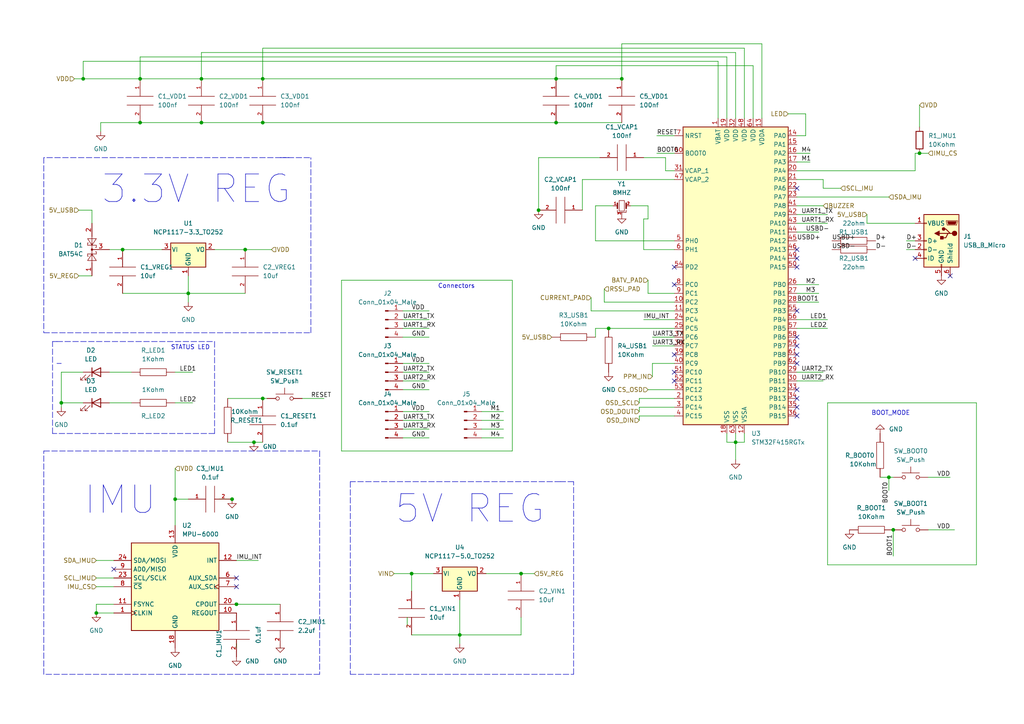
<source format=kicad_sch>
(kicad_sch (version 20211123) (generator eeschema)
  (paper "A4")
  (lib_symbols
    (symbol "Connector:Conn_01x04_Male" (pin_names (offset 1.016) hide)
      (property "Reference" "J" (at 0 5.08 0))
      (property "Value" "Conn_01x04_Male" (at 0 -7.62 0))
      (symbol "Conn_01x04_Male_1_1"
        (polyline (pts (xy 1.27 -5.08) (xy 0.8636 -5.08)) (stroke (width 0.1524)))
        (polyline (pts (xy 1.27 -2.54) (xy 0.8636 -2.54)) (stroke (width 0.1524)))
        (polyline (pts (xy 1.27 0) (xy 0.8636 0)) (stroke (width 0.1524)))
        (polyline (pts (xy 1.27 2.54) (xy 0.8636 2.54)) (stroke (width 0.1524)))
        (rectangle (start 0.8636 -4.953) (end 0 -5.207) (stroke (width 0.1524)) (fill (type outline)))
        (rectangle (start 0.8636 -2.413) (end 0 -2.667) (stroke (width 0.1524)) (fill (type outline)))
        (rectangle (start 0.8636 0.127) (end 0 -0.127) (stroke (width 0.1524)) (fill (type outline)))
        (rectangle (start 0.8636 2.667) (end 0 2.413) (stroke (width 0.1524)) (fill (type outline)))
        (pin passive line (at 5.08 2.54 180) (length 3.81) (name "Pin_1") (number "1"))
        (pin passive line (at 5.08 0 180) (length 3.81) (name "Pin_2") (number "2"))
        (pin passive line (at 5.08 -2.54 180) (length 3.81) (name "Pin_3") (number "3"))
        (pin passive line (at 5.08 -5.08 180) (length 3.81) (name "Pin_4") (number "4"))
      )
    )
    (symbol "Connector:USB_B_Micro" (pin_names (offset 1.016))
      (property "Reference" "J" (at -5.08 11.43 0))
      (property "Value" "USB_B_Micro" (at -5.08 8.89 0))
      (symbol "USB_B_Micro_0_1"
        (rectangle (start -5.08 -7.62) (end 5.08 7.62) (stroke (width 0.254)) (fill (type background)))
        (circle (center -3.81 2.159) (radius 0.635) (stroke (width 0.254)) (fill (type outline)))
        (circle (center -0.635 3.429) (radius 0.381) (stroke (width 0.254)) (fill (type outline)))
        (rectangle (start -0.127 -7.62) (end 0.127 -6.858))
        (polyline (pts (xy -1.905 2.159) (xy 0.635 2.159)) (stroke (width 0.254)))
        (polyline (pts (xy -3.175 2.159) (xy -2.54 2.159) (xy -1.27 3.429) (xy -0.635 3.429)) (stroke (width 0.254)))
        (polyline (pts (xy -2.54 2.159) (xy -1.905 2.159) (xy -1.27 0.889) (xy 0 0.889)) (stroke (width 0.254)))
        (polyline (pts (xy 0.635 2.794) (xy 0.635 1.524) (xy 1.905 2.159) (xy 0.635 2.794)) (stroke (width 0.254)) (fill (type outline)))
        (polyline (pts (xy -4.318 5.588) (xy -1.778 5.588) (xy -2.032 4.826) (xy -4.064 4.826) (xy -4.318 5.588)) (fill (type outline)))
        (polyline (pts (xy -4.699 5.842) (xy -4.699 5.588) (xy -4.445 4.826) (xy -4.445 4.572) (xy -1.651 4.572) (xy -1.651 4.826) (xy -1.397 5.588) (xy -1.397 5.842) (xy -4.699 5.842)))
        (rectangle (start 0.254 1.27) (end -0.508 0.508) (stroke (width 0.254)) (fill (type outline)))
        (rectangle (start 5.08 -5.207) (end 4.318 -4.953))
        (rectangle (start 5.08 -2.667) (end 4.318 -2.413))
        (rectangle (start 5.08 -0.127) (end 4.318 0.127))
        (rectangle (start 5.08 4.953) (end 4.318 5.207))
      )
      (symbol "USB_B_Micro_1_1"
        (pin power_out line (at 7.62 5.08 180) (length 2.54) (name "VBUS") (number "1"))
        (pin bidirectional line (at 7.62 -2.54 180) (length 2.54) (name "D-") (number "2"))
        (pin bidirectional line (at 7.62 0 180) (length 2.54) (name "D+") (number "3"))
        (pin passive line (at 7.62 -5.08 180) (length 2.54) (name "ID") (number "4"))
        (pin power_out line (at 0 -10.16 90) (length 2.54) (name "GND") (number "5"))
        (pin passive line (at -2.54 -10.16 90) (length 2.54) (name "Shield") (number "6"))
      )
    )
    (symbol "Device:10K" (pin_numbers hide) (pin_names (offset 0))
      (property "Reference" "R" (at 2.032 0 90))
      (property "Value" "10K" (at 0 0 90))
      (symbol "10K_0_1"
        (rectangle (start -1.016 -2.54) (end 1.016 2.54) (stroke (width 0.254)))
      )
      (symbol "10K_1_1"
        (pin passive line (at 0 3.81 270) (length 1.27) (name "~") (number "1"))
        (pin passive line (at 0 -3.81 90) (length 1.27) (name "~") (number "2"))
      )
    )
    (symbol "Device:Crystal_GND3_Small" (pin_names (offset 1.016) hide)
      (property "Reference" "Y" (at 0 5.08 0))
      (property "Value" "Crystal_GND3_Small" (at 0 3.175 0))
      (symbol "Crystal_GND3_Small_0_1"
        (rectangle (start -0.762 -1.524) (end 0.762 1.524))
        (polyline (pts (xy -1.27 -0.762) (xy -1.27 0.762)) (stroke (width 0.381)))
        (polyline (pts (xy 1.27 -0.762) (xy 1.27 0.762)) (stroke (width 0.381)))
        (polyline (pts (xy -1.27 -1.27) (xy -1.27 -1.905) (xy 1.27 -1.905) (xy 1.27 -1.27)))
      )
      (symbol "Crystal_GND3_Small_1_1"
        (pin passive line (at -2.54 0 0) (length 1.27) (name "1") (number "1"))
        (pin passive line (at 2.54 0 180) (length 1.27) (name "2") (number "2"))
        (pin passive line (at 0 -2.54 90) (length 0.635) (name "3") (number "3"))
      )
    )
    (symbol "Device:LED" (pin_numbers hide) (pin_names (offset 1.016) hide)
      (property "Reference" "D" (at 0 2.54 0))
      (property "Value" "LED" (at 0 -2.54 0))
      (symbol "LED_0_1"
        (polyline (pts (xy -1.27 -1.27) (xy -1.27 1.27)) (stroke (width 0.254)))
        (polyline (pts (xy -1.27 0) (xy 1.27 0)))
        (polyline (pts (xy 1.27 -1.27) (xy 1.27 1.27) (xy -1.27 0) (xy 1.27 -1.27)) (stroke (width 0.254)))
        (polyline (pts (xy -3.048 -0.762) (xy -4.572 -2.286) (xy -3.81 -2.286) (xy -4.572 -2.286) (xy -4.572 -1.524)))
        (polyline (pts (xy -1.778 -0.762) (xy -3.302 -2.286) (xy -2.54 -2.286) (xy -3.302 -2.286) (xy -3.302 -1.524)))
      )
      (symbol "LED_1_1"
        (pin passive line (at -3.81 0 0) (length 2.54) (name "K") (number "1"))
        (pin passive line (at 3.81 0 180) (length 2.54) (name "A") (number "2"))
      )
    )
    (symbol "Diode:BAT54C" (pin_names (offset 1.016))
      (property "Reference" "D" (at 0.635 -3.81 0))
      (property "Value" "BAT54C" (at -6.35 3.175 0))
      (symbol "BAT54C_0_1"
        (polyline (pts (xy -1.905 0) (xy 1.905 0)))
        (polyline (pts (xy -1.905 1.27) (xy -1.905 1.016)))
        (polyline (pts (xy -1.27 -1.27) (xy -0.635 -1.27)))
        (polyline (pts (xy -1.27 0) (xy -3.81 0)))
        (polyline (pts (xy -1.27 1.27) (xy -1.905 1.27)))
        (polyline (pts (xy -1.27 1.27) (xy -1.27 -1.27)))
        (polyline (pts (xy -0.635 -1.27) (xy -0.635 -1.016)))
        (polyline (pts (xy 0.635 -1.27) (xy 0.635 -1.016)))
        (polyline (pts (xy 1.27 -1.27) (xy 0.635 -1.27)))
        (polyline (pts (xy 1.27 1.27) (xy 1.27 -1.27)))
        (polyline (pts (xy 1.27 1.27) (xy 1.905 1.27)))
        (polyline (pts (xy 1.905 1.27) (xy 1.905 1.016)))
        (polyline (pts (xy 3.81 0) (xy 1.27 0)))
        (polyline (pts (xy -3.175 -1.27) (xy -3.175 1.27) (xy -1.27 0) (xy -3.175 -1.27)))
        (polyline (pts (xy 3.175 -1.27) (xy 3.175 1.27) (xy 1.27 0) (xy 3.175 -1.27)))
        (circle (center 0 0) (radius 0.254) (fill (type outline)))
      )
      (symbol "BAT54C_1_1"
        (pin passive line (at -7.62 0 0) (length 3.81) (name "~") (number "1"))
        (pin passive line (at 7.62 0 180) (length 3.81) (name "~") (number "2"))
        (pin passive line (at 0 -5.08 90) (length 5.08) (name "~") (number "3"))
      )
    )
    (symbol "MCU_ST_STM32F4:STM32F415RGTx"
      (property "Reference" "U" (at -15.24 44.45 0))
      (property "Value" "STM32F415RGTx" (at 10.16 44.45 0))
      (symbol "STM32F415RGTx_0_1"
        (rectangle (start -15.24 -43.18) (end 15.24 43.18) (stroke (width 0.254)) (fill (type background)))
      )
      (symbol "STM32F415RGTx_1_1"
        (pin power_in line (at -5.08 45.72 270) (length 2.54) (name "VBAT") (number "1"))
        (pin bidirectional line (at -17.78 -7.62 0) (length 2.54) (name "PC2") (number "10"))
        (pin bidirectional line (at -17.78 -10.16 0) (length 2.54) (name "PC3") (number "11"))
        (pin power_in line (at 2.54 -45.72 90) (length 2.54) (name "VSSA") (number "12"))
        (pin power_in line (at 7.62 45.72 270) (length 2.54) (name "VDDA") (number "13"))
        (pin bidirectional line (at 17.78 40.64 180) (length 2.54) (name "PA0") (number "14"))
        (pin bidirectional line (at 17.78 38.1 180) (length 2.54) (name "PA1") (number "15"))
        (pin bidirectional line (at 17.78 35.56 180) (length 2.54) (name "PA2") (number "16"))
        (pin bidirectional line (at 17.78 33.02 180) (length 2.54) (name "PA3") (number "17"))
        (pin power_in line (at -2.54 -45.72 90) (length 2.54) (name "VSS") (number "18"))
        (pin power_in line (at -2.54 45.72 270) (length 2.54) (name "VDD") (number "19"))
        (pin bidirectional line (at -17.78 -35.56 0) (length 2.54) (name "PC13") (number "2"))
        (pin bidirectional line (at 17.78 30.48 180) (length 2.54) (name "PA4") (number "20"))
        (pin bidirectional line (at 17.78 27.94 180) (length 2.54) (name "PA5") (number "21"))
        (pin bidirectional line (at 17.78 25.4 180) (length 2.54) (name "PA6") (number "22"))
        (pin bidirectional line (at 17.78 22.86 180) (length 2.54) (name "PA7") (number "23"))
        (pin bidirectional line (at -17.78 -12.7 0) (length 2.54) (name "PC4") (number "24"))
        (pin bidirectional line (at -17.78 -15.24 0) (length 2.54) (name "PC5") (number "25"))
        (pin bidirectional line (at 17.78 -2.54 180) (length 2.54) (name "PB0") (number "26"))
        (pin bidirectional line (at 17.78 -5.08 180) (length 2.54) (name "PB1") (number "27"))
        (pin bidirectional line (at 17.78 -7.62 180) (length 2.54) (name "PB2") (number "28"))
        (pin bidirectional line (at 17.78 -27.94 180) (length 2.54) (name "PB10") (number "29"))
        (pin bidirectional line (at -17.78 -38.1 0) (length 2.54) (name "PC14") (number "3"))
        (pin bidirectional line (at 17.78 -30.48 180) (length 2.54) (name "PB11") (number "30"))
        (pin power_in line (at -17.78 30.48 0) (length 2.54) (name "VCAP_1") (number "31"))
        (pin power_in line (at 0 45.72 270) (length 2.54) (name "VDD") (number "32"))
        (pin bidirectional line (at 17.78 -33.02 180) (length 2.54) (name "PB12") (number "33"))
        (pin bidirectional line (at 17.78 -35.56 180) (length 2.54) (name "PB13") (number "34"))
        (pin bidirectional line (at 17.78 -38.1 180) (length 2.54) (name "PB14") (number "35"))
        (pin bidirectional line (at 17.78 -40.64 180) (length 2.54) (name "PB15") (number "36"))
        (pin bidirectional line (at -17.78 -17.78 0) (length 2.54) (name "PC6") (number "37"))
        (pin bidirectional line (at -17.78 -20.32 0) (length 2.54) (name "PC7") (number "38"))
        (pin bidirectional line (at -17.78 -22.86 0) (length 2.54) (name "PC8") (number "39"))
        (pin bidirectional line (at -17.78 -40.64 0) (length 2.54) (name "PC15") (number "4"))
        (pin bidirectional line (at -17.78 -25.4 0) (length 2.54) (name "PC9") (number "40"))
        (pin bidirectional line (at 17.78 20.32 180) (length 2.54) (name "PA8") (number "41"))
        (pin bidirectional line (at 17.78 17.78 180) (length 2.54) (name "PA9") (number "42"))
        (pin bidirectional line (at 17.78 15.24 180) (length 2.54) (name "PA10") (number "43"))
        (pin bidirectional line (at 17.78 12.7 180) (length 2.54) (name "PA11") (number "44"))
        (pin bidirectional line (at 17.78 10.16 180) (length 2.54) (name "PA12") (number "45"))
        (pin bidirectional line (at 17.78 7.62 180) (length 2.54) (name "PA13") (number "46"))
        (pin power_in line (at -17.78 27.94 0) (length 2.54) (name "VCAP_2") (number "47"))
        (pin power_in line (at 2.54 45.72 270) (length 2.54) (name "VDD") (number "48"))
        (pin bidirectional line (at 17.78 5.08 180) (length 2.54) (name "PA14") (number "49"))
        (pin input line (at -17.78 10.16 0) (length 2.54) (name "PH0") (number "5"))
        (pin bidirectional line (at 17.78 2.54 180) (length 2.54) (name "PA15") (number "50"))
        (pin bidirectional line (at -17.78 -27.94 0) (length 2.54) (name "PC10") (number "51"))
        (pin bidirectional line (at -17.78 -30.48 0) (length 2.54) (name "PC11") (number "52"))
        (pin bidirectional line (at -17.78 -33.02 0) (length 2.54) (name "PC12") (number "53"))
        (pin bidirectional line (at -17.78 2.54 0) (length 2.54) (name "PD2") (number "54"))
        (pin bidirectional line (at 17.78 -10.16 180) (length 2.54) (name "PB3") (number "55"))
        (pin bidirectional line (at 17.78 -12.7 180) (length 2.54) (name "PB4") (number "56"))
        (pin bidirectional line (at 17.78 -15.24 180) (length 2.54) (name "PB5") (number "57"))
        (pin bidirectional line (at 17.78 -17.78 180) (length 2.54) (name "PB6") (number "58"))
        (pin bidirectional line (at 17.78 -20.32 180) (length 2.54) (name "PB7") (number "59"))
        (pin input line (at -17.78 7.62 0) (length 2.54) (name "PH1") (number "6"))
        (pin input line (at -17.78 35.56 0) (length 2.54) (name "BOOT0") (number "60"))
        (pin bidirectional line (at 17.78 -22.86 180) (length 2.54) (name "PB8") (number "61"))
        (pin bidirectional line (at 17.78 -25.4 180) (length 2.54) (name "PB9") (number "62"))
        (pin power_in line (at 0 -45.72 90) (length 2.54) (name "VSS") (number "63"))
        (pin power_in line (at 5.08 45.72 270) (length 2.54) (name "VDD") (number "64"))
        (pin input line (at -17.78 40.64 0) (length 2.54) (name "NRST") (number "7"))
        (pin bidirectional line (at -17.78 -2.54 0) (length 2.54) (name "PC0") (number "8"))
        (pin bidirectional line (at -17.78 -5.08 0) (length 2.54) (name "PC1") (number "9"))
      )
    )
    (symbol "Regulator_Linear:NCP1117-3.3_TO252" (pin_names (offset 0.254))
      (property "Reference" "U" (at -3.81 3.175 0))
      (property "Value" "NCP1117-3.3_TO252" (at 0 3.175 0))
      (symbol "NCP1117-3.3_TO252_0_1"
        (rectangle (start -5.08 1.905) (end 5.08 -5.08) (stroke (width 0.254)) (fill (type background)))
      )
      (symbol "NCP1117-3.3_TO252_1_1"
        (pin power_in line (at 0 -7.62 90) (length 2.54) (name "GND") (number "1"))
        (pin power_out line (at 7.62 0 180) (length 2.54) (name "VO") (number "2"))
        (pin power_in line (at -7.62 0 0) (length 2.54) (name "VI") (number "3"))
      )
    )
    (symbol "Regulator_Linear:NCP1117-5.0_TO252" (pin_names (offset 0.254))
      (property "Reference" "U" (at -3.81 3.175 0))
      (property "Value" "NCP1117-5.0_TO252" (at 0 3.175 0))
      (symbol "NCP1117-5.0_TO252_0_1"
        (rectangle (start -5.08 1.905) (end 5.08 -5.08) (stroke (width 0.254)) (fill (type background)))
      )
      (symbol "NCP1117-5.0_TO252_1_1"
        (pin power_in line (at 0 -7.62 90) (length 2.54) (name "GND") (number "1"))
        (pin power_out line (at 7.62 0 180) (length 2.54) (name "VO") (number "2"))
        (pin power_in line (at -7.62 0 0) (length 2.54) (name "VI") (number "3"))
      )
    )
    (symbol "Sensor_Motion:MPU-6000"
      (property "Reference" "U" (at -11.43 13.97 0))
      (property "Value" "MPU-6000" (at 7.62 -13.97 0))
      (symbol "MPU-6000_0_1"
        (rectangle (start -12.7 12.7) (end 12.7 -12.7) (stroke (width 0.254)) (fill (type background)))
      )
      (symbol "MPU-6000_1_1"
        (pin input clock (at -17.78 -7.62 0) (length 5.08) (name "CLKIN") (number "1"))
        (pin passive line (at 17.78 -7.62 180) (length 5.08) (name "REGOUT") (number "10"))
        (pin input line (at -17.78 -5.08 0) (length 5.08) (name "FSYNC") (number "11"))
        (pin output line (at 17.78 7.62 180) (length 5.08) (name "INT") (number "12"))
        (pin power_in line (at 0 17.78 270) (length 5.08) (name "VDD") (number "13"))
        (pin power_in line (at 0 -17.78 90) (length 5.08) (name "GND") (number "18"))
        (pin passive line (at 17.78 -5.08 180) (length 5.08) (name "CPOUT") (number "20"))
        (pin input line (at -17.78 2.54 0) (length 5.08) (name "SCL/SCLK") (number "23"))
        (pin bidirectional line (at -17.78 7.62 0) (length 5.08) (name "SDA/MOSI") (number "24"))
        (pin bidirectional line (at 17.78 2.54 180) (length 5.08) (name "AUX_SDA") (number "6"))
        (pin output clock (at 17.78 0 180) (length 5.08) (name "AUX_SCL") (number "7"))
        (pin input line (at -17.78 0 0) (length 5.08) (name "~{CS}") (number "8"))
        (pin bidirectional line (at -17.78 5.08 0) (length 5.08) (name "AD0/MISO") (number "9"))
      )
    )
    (symbol "Switch:SW_Push" (pin_numbers hide) (pin_names (offset 1.016) hide)
      (property "Reference" "SW" (at 1.27 2.54 0))
      (property "Value" "SW_Push" (at 0 -1.524 0))
      (symbol "SW_Push_0_1"
        (circle (center -2.032 0) (radius 0.508))
        (polyline (pts (xy 0 1.27) (xy 0 3.048)))
        (polyline (pts (xy 2.54 1.27) (xy -2.54 1.27)))
        (circle (center 2.032 0) (radius 0.508))
        (pin passive line (at -5.08 0 0) (length 2.54) (name "1") (number "1"))
        (pin passive line (at 5.08 0 180) (length 2.54) (name "2") (number "2"))
      )
    )
    (symbol "power:GND" (power) (pin_names (offset 0))
      (property "Value" "GND" (at 0 -3.81 0))
      (symbol "GND_0_1"
        (polyline (pts (xy 0 0) (xy 0 -1.27) (xy 1.27 -1.27) (xy 0 -2.54) (xy -1.27 -1.27) (xy 0 -1.27)))
      )
      (symbol "GND_1_1"
        (pin power_in line (at 0 0 270) (length 0) hide (name "GND") (number "1"))
      )
    )
    (symbol "pspice:C" (pin_names (offset 0.254))
      (property "Reference" "C" (at 2.54 3.81 90))
      (property "Value" "C" (at 2.54 -3.81 90))
      (symbol "C_0_1"
        (polyline (pts (xy -3.81 -1.27) (xy 3.81 -1.27)))
        (polyline (pts (xy -3.81 1.27) (xy 3.81 1.27)))
      )
      (symbol "C_1_1"
        (pin passive line (at 0 6.35 270) (length 5.08) (name "~") (number "1"))
        (pin passive line (at 0 -6.35 90) (length 5.08) (name "~") (number "2"))
      )
    )
    (symbol "pspice:R" (pin_numbers hide) (pin_names (offset 0))
      (property "Reference" "R" (at 2.032 0 90))
      (property "Value" "R" (at 0 0 90))
      (symbol "R_0_1"
        (rectangle (start -1.016 3.81) (end 1.016 -3.81))
      )
      (symbol "R_1_1"
        (pin passive line (at 0 6.35 270) (length 2.54) (name "~") (number "1"))
        (pin passive line (at 0 -6.35 90) (length 2.54) (name "~") (number "2"))
      )
    )
  )
  (junction (at 119.38 166.37))
  (junction (at 156.21 60.96))
  (junction (at 213.36 128.27))
  (junction (at 73.66 128.27))
  (junction (at 71.12 72.39))
  (junction (at 54.61 85.09))
  (junction (at 133.35 184.15))
  (junction (at 259.08 153.67))
  (junction (at 40.64 35.56))
  (junction (at 24.13 22.86))
  (junction (at 180.34 22.86))
  (junction (at 151.13 166.37))
  (junction (at 161.29 35.56))
  (junction (at 58.42 22.86))
  (junction (at 76.2 22.86))
  (junction (at 257.81 138.43))
  (junction (at 161.29 22.86))
  (junction (at 17.78 116.84))
  (junction (at 76.2 35.56))
  (junction (at 35.56 72.39))
  (junction (at 176.53 95.25))
  (junction (at 76.2 115.57))
  (junction (at 58.42 35.56))
  (junction (at 67.31 144.78))
  (junction (at 27.94 177.8))
  (junction (at 50.8 144.78))
  (junction (at 68.58 175.26))
  (junction (at 40.64 22.86))
  (junction (at 266.7 44.45))
  (no_connect (at 231.14 105.41))
  (no_connect (at 231.14 102.87))
  (no_connect (at 195.58 77.47))
  (no_connect (at 33.02 165.1))
  (no_connect (at 231.14 90.17))
  (no_connect (at 195.58 107.95))
  (no_connect (at 231.14 115.57))
  (no_connect (at 195.58 102.87))
  (no_connect (at 265.43 74.93))
  (no_connect (at 231.14 118.11))
  (no_connect (at 231.14 120.65))
  (no_connect (at 231.14 72.39))
  (no_connect (at 231.14 74.93))
  (no_connect (at 231.14 97.79))
  (no_connect (at 195.58 82.55))
  (no_connect (at 231.14 77.47))
  (no_connect (at 68.58 167.64))
  (no_connect (at 68.58 170.18))
  (no_connect (at 195.58 110.49))
  (no_connect (at 275.59 80.01))
  (no_connect (at 231.14 113.03))
  (no_connect (at 231.14 100.33))
  (no_connect (at 231.14 54.61))
  (wire (pts (xy 228.6 33.02) (xy 233.68 33.02)))
  (wire (pts (xy 50.8 135.89) (xy 50.8 144.78)))
  (wire (pts (xy 63.5 175.26) (xy 68.58 175.26)))
  (wire (pts (xy 195.58 105.41) (xy 189.23 105.41)))
  (wire (pts (xy 195.58 120.65) (xy 185.42 120.65)))
  (wire (pts (xy 139.7 124.46) (xy 146.05 124.46)))
  (wire (pts (xy 151.13 179.07) (xy 151.13 184.15)))
  (wire (pts (xy 215.9 125.73) (xy 215.9 128.27)))
  (wire (pts (xy 251.46 64.77) (xy 265.43 64.77)))
  (wire (pts (xy 76.2 13.97) (xy 76.2 22.86)))
  (wire (pts (xy 186.69 92.71) (xy 195.58 92.71)))
  (wire (pts (xy 190.5 44.45) (xy 195.58 44.45)))
  (polyline (pts (xy 166.37 195.58) (xy 166.37 139.7)))
  (wire (pts (xy 116.84 113.03) (xy 124.46 113.03)))
  (wire (pts (xy 50.8 107.95) (xy 55.88 107.95)))
  (wire (pts (xy 231.14 57.15) (xy 257.81 57.15)))
  (wire (pts (xy 148.59 81.28) (xy 99.06 81.28)))
  (polyline (pts (xy 166.37 139.7) (xy 162.56 139.7)))
  (polyline (pts (xy 81.28 45.72) (xy 90.17 45.72)))
  (wire (pts (xy 116.84 97.79) (xy 124.46 97.79)))
  (wire (pts (xy 195.58 90.17) (xy 171.45 90.17)))
  (wire (pts (xy 161.29 22.86) (xy 180.34 22.86)))
  (polyline (pts (xy 15.24 99.06) (xy 16.51 99.06)))
  (wire (pts (xy 116.84 90.17) (xy 124.46 90.17)))
  (wire (pts (xy 66.04 115.57) (xy 76.2 115.57)))
  (wire (pts (xy 213.36 128.27) (xy 213.36 133.35)))
  (wire (pts (xy 231.14 46.99) (xy 234.95 46.99)))
  (wire (pts (xy 231.14 44.45) (xy 234.95 44.45)))
  (wire (pts (xy 262.89 72.39) (xy 265.43 72.39)))
  (wire (pts (xy 266.7 44.45) (xy 269.24 44.45)))
  (wire (pts (xy 265.43 49.53) (xy 265.43 44.45)))
  (wire (pts (xy 68.58 162.56) (xy 74.93 162.56)))
  (wire (pts (xy 31.75 107.95) (xy 38.1 107.95)))
  (wire (pts (xy 193.04 45.72) (xy 186.69 45.72)))
  (polyline (pts (xy 101.6 195.58) (xy 166.37 195.58)))
  (wire (pts (xy 133.35 184.15) (xy 133.35 186.69)))
  (wire (pts (xy 17.78 107.95) (xy 17.78 116.84)))
  (wire (pts (xy 190.5 39.37) (xy 195.58 39.37)))
  (wire (pts (xy 186.69 72.39) (xy 186.69 63.5)))
  (wire (pts (xy 116.84 107.95) (xy 124.46 107.95)))
  (wire (pts (xy 213.36 125.73) (xy 213.36 128.27)))
  (wire (pts (xy 187.96 85.09) (xy 195.58 85.09)))
  (wire (pts (xy 195.58 72.39) (xy 186.69 72.39)))
  (wire (pts (xy 116.84 110.49) (xy 124.46 110.49)))
  (wire (pts (xy 215.9 128.27) (xy 213.36 128.27)))
  (wire (pts (xy 180.34 12.7) (xy 180.34 22.86)))
  (wire (pts (xy 189.23 105.41) (xy 189.23 109.22)))
  (wire (pts (xy 58.42 35.56) (xy 76.2 35.56)))
  (wire (pts (xy 62.23 72.39) (xy 71.12 72.39)))
  (wire (pts (xy 176.53 95.25) (xy 195.58 95.25)))
  (wire (pts (xy 231.14 67.31) (xy 237.49 67.31)))
  (polyline (pts (xy 16.51 99.06) (xy 62.23 99.06)))
  (wire (pts (xy 231.14 82.55) (xy 237.49 82.55)))
  (wire (pts (xy 54.61 85.09) (xy 54.61 87.63)))
  (wire (pts (xy 220.98 34.29) (xy 220.98 12.7)))
  (wire (pts (xy 17.78 116.84) (xy 17.78 118.11)))
  (wire (pts (xy 186.69 63.5) (xy 187.96 63.5)))
  (wire (pts (xy 187.96 81.28) (xy 187.96 85.09)))
  (wire (pts (xy 231.14 95.25) (xy 240.03 95.25)))
  (wire (pts (xy 58.42 22.86) (xy 76.2 22.86)))
  (wire (pts (xy 208.28 34.29) (xy 208.28 17.78)))
  (wire (pts (xy 213.36 34.29) (xy 213.36 15.24)))
  (wire (pts (xy 116.84 121.92) (xy 124.46 121.92)))
  (wire (pts (xy 35.56 72.39) (xy 46.99 72.39)))
  (wire (pts (xy 67.31 144.78) (xy 63.5 144.78)))
  (wire (pts (xy 148.59 130.81) (xy 148.59 81.28)))
  (wire (pts (xy 119.38 184.15) (xy 133.35 184.15)))
  (wire (pts (xy 116.84 105.41) (xy 124.46 105.41)))
  (wire (pts (xy 195.58 115.57) (xy 185.42 115.57)))
  (polyline (pts (xy 12.7 45.72) (xy 12.7 96.52)))
  (wire (pts (xy 29.21 38.1) (xy 29.21 35.56)))
  (wire (pts (xy 139.7 119.38) (xy 146.05 119.38)))
  (wire (pts (xy 269.24 138.43) (xy 275.59 138.43)))
  (wire (pts (xy 233.68 39.37) (xy 233.68 33.02)))
  (wire (pts (xy 68.58 187.96) (xy 68.58 186.69)))
  (wire (pts (xy 220.98 12.7) (xy 180.34 12.7)))
  (wire (pts (xy 99.06 130.81) (xy 148.59 130.81)))
  (wire (pts (xy 76.2 13.97) (xy 215.9 13.97)))
  (wire (pts (xy 26.67 64.77) (xy 26.67 60.96)))
  (wire (pts (xy 231.14 39.37) (xy 233.68 39.37)))
  (wire (pts (xy 50.8 144.78) (xy 50.8 152.4)))
  (wire (pts (xy 195.58 87.63) (xy 175.26 87.63)))
  (wire (pts (xy 283.21 116.84) (xy 240.03 116.84)))
  (wire (pts (xy 27.94 167.64) (xy 33.02 167.64)))
  (wire (pts (xy 22.86 60.96) (xy 26.67 60.96)))
  (wire (pts (xy 208.28 17.78) (xy 24.13 17.78)))
  (wire (pts (xy 76.2 22.86) (xy 161.29 22.86)))
  (wire (pts (xy 33.02 175.26) (xy 27.94 175.26)))
  (wire (pts (xy 210.82 128.27) (xy 213.36 128.27)))
  (wire (pts (xy 231.14 107.95) (xy 238.76 107.95)))
  (wire (pts (xy 231.14 87.63) (xy 237.49 87.63)))
  (wire (pts (xy 24.13 107.95) (xy 17.78 107.95)))
  (polyline (pts (xy 16.51 105.41) (xy 17.78 105.41)))
  (wire (pts (xy 185.42 118.11) (xy 185.42 119.38)))
  (polyline (pts (xy 62.23 125.73) (xy 15.24 125.73)))
  (wire (pts (xy 140.97 166.37) (xy 151.13 166.37)))
  (wire (pts (xy 50.8 116.84) (xy 55.88 116.84)))
  (polyline (pts (xy 12.7 130.81) (xy 92.71 130.81)))
  (wire (pts (xy 54.61 144.78) (xy 50.8 144.78)))
  (wire (pts (xy 133.35 173.99) (xy 133.35 184.15)))
  (wire (pts (xy 35.56 85.09) (xy 54.61 85.09)))
  (wire (pts (xy 195.58 118.11) (xy 185.42 118.11)))
  (polyline (pts (xy 162.56 139.7) (xy 101.6 139.7)))
  (wire (pts (xy 259.08 153.67) (xy 259.08 161.29)))
  (wire (pts (xy 231.14 110.49) (xy 238.76 110.49)))
  (wire (pts (xy 210.82 125.73) (xy 210.82 128.27)))
  (wire (pts (xy 161.29 19.05) (xy 161.29 22.86)))
  (wire (pts (xy 24.13 17.78) (xy 24.13 22.86)))
  (wire (pts (xy 251.46 62.23) (xy 251.46 64.77)))
  (wire (pts (xy 255.27 138.43) (xy 257.81 138.43)))
  (wire (pts (xy 21.59 22.86) (xy 24.13 22.86)))
  (wire (pts (xy 262.89 69.85) (xy 265.43 69.85)))
  (wire (pts (xy 116.84 92.71) (xy 124.46 92.71)))
  (wire (pts (xy 119.38 171.45) (xy 119.38 166.37)))
  (polyline (pts (xy 90.17 96.52) (xy 90.17 45.72)))
  (polyline (pts (xy 101.6 139.7) (xy 101.6 195.58)))
  (wire (pts (xy 172.72 69.85) (xy 195.58 69.85)))
  (polyline (pts (xy 92.71 130.81) (xy 92.71 195.58)))
  (wire (pts (xy 27.94 177.8) (xy 33.02 177.8)))
  (wire (pts (xy 195.58 49.53) (xy 193.04 49.53)))
  (wire (pts (xy 172.72 95.25) (xy 172.72 97.79)))
  (wire (pts (xy 231.14 92.71) (xy 240.03 92.71)))
  (wire (pts (xy 73.66 128.27) (xy 76.2 128.27)))
  (wire (pts (xy 116.84 119.38) (xy 124.46 119.38)))
  (wire (pts (xy 231.14 52.07) (xy 238.76 52.07)))
  (wire (pts (xy 139.7 127) (xy 146.05 127)))
  (wire (pts (xy 238.76 54.61) (xy 243.84 54.61)))
  (wire (pts (xy 40.64 22.86) (xy 58.42 22.86)))
  (wire (pts (xy 195.58 52.07) (xy 168.91 52.07)))
  (wire (pts (xy 187.96 63.5) (xy 187.96 59.69)))
  (wire (pts (xy 119.38 166.37) (xy 125.73 166.37)))
  (wire (pts (xy 40.64 16.51) (xy 210.82 16.51)))
  (wire (pts (xy 240.03 163.83) (xy 283.21 163.83)))
  (wire (pts (xy 218.44 19.05) (xy 161.29 19.05)))
  (wire (pts (xy 185.42 115.57) (xy 185.42 116.84)))
  (wire (pts (xy 182.88 59.69) (xy 187.96 59.69)))
  (wire (pts (xy 266.7 30.48) (xy 266.7 36.83)))
  (wire (pts (xy 118.11 179.07) (xy 118.11 181.61)))
  (wire (pts (xy 31.75 72.39) (xy 35.56 72.39)))
  (wire (pts (xy 40.64 35.56) (xy 58.42 35.56)))
  (wire (pts (xy 172.72 59.69) (xy 177.8 59.69)))
  (polyline (pts (xy 62.23 99.06) (xy 62.23 125.73)))
  (wire (pts (xy 231.14 49.53) (xy 265.43 49.53)))
  (wire (pts (xy 27.94 162.56) (xy 33.02 162.56)))
  (wire (pts (xy 231.14 59.69) (xy 238.76 59.69)))
  (wire (pts (xy 218.44 34.29) (xy 218.44 19.05)))
  (wire (pts (xy 71.12 72.39) (xy 78.74 72.39)))
  (wire (pts (xy 87.63 115.57) (xy 93.98 115.57)))
  (wire (pts (xy 81.28 187.96) (xy 81.28 186.69)))
  (wire (pts (xy 151.13 184.15) (xy 133.35 184.15)))
  (wire (pts (xy 215.9 34.29) (xy 215.9 13.97)))
  (wire (pts (xy 54.61 80.01) (xy 54.61 85.09)))
  (wire (pts (xy 76.2 35.56) (xy 161.29 35.56)))
  (wire (pts (xy 172.72 69.85) (xy 172.72 59.69)))
  (wire (pts (xy 58.42 15.24) (xy 213.36 15.24)))
  (wire (pts (xy 29.21 35.56) (xy 40.64 35.56)))
  (wire (pts (xy 27.94 170.18) (xy 33.02 170.18)))
  (wire (pts (xy 151.13 166.37) (xy 154.94 166.37)))
  (wire (pts (xy 231.14 64.77) (xy 240.03 64.77)))
  (wire (pts (xy 156.21 45.72) (xy 156.21 60.96)))
  (wire (pts (xy 116.84 95.25) (xy 124.46 95.25)))
  (polyline (pts (xy 12.7 195.58) (xy 12.7 130.81)))
  (wire (pts (xy 40.64 16.51) (xy 40.64 22.86)))
  (wire (pts (xy 76.2 115.57) (xy 77.47 115.57)))
  (polyline (pts (xy 83.82 45.72) (xy 12.7 45.72)))
  (wire (pts (xy 27.94 175.26) (xy 27.94 177.8)))
  (wire (pts (xy 168.91 52.07) (xy 168.91 60.96)))
  (wire (pts (xy 238.76 52.07) (xy 238.76 54.61)))
  (wire (pts (xy 189.23 100.33) (xy 195.58 100.33)))
  (wire (pts (xy 99.06 81.28) (xy 99.06 130.81)))
  (wire (pts (xy 231.14 62.23) (xy 240.03 62.23)))
  (wire (pts (xy 210.82 34.29) (xy 210.82 16.51)))
  (wire (pts (xy 171.45 86.36) (xy 171.45 90.17)))
  (wire (pts (xy 54.61 85.09) (xy 71.12 85.09)))
  (wire (pts (xy 185.42 120.65) (xy 185.42 121.92)))
  (wire (pts (xy 265.43 44.45) (xy 266.7 44.45)))
  (wire (pts (xy 187.96 113.03) (xy 195.58 113.03)))
  (wire (pts (xy 172.72 95.25) (xy 176.53 95.25)))
  (wire (pts (xy 66.04 128.27) (xy 73.66 128.27)))
  (wire (pts (xy 24.13 116.84) (xy 17.78 116.84)))
  (wire (pts (xy 269.24 153.67) (xy 276.86 153.67)))
  (wire (pts (xy 116.84 127) (xy 124.46 127)))
  (wire (pts (xy 31.75 116.84) (xy 38.1 116.84)))
  (wire (pts (xy 257.81 138.43) (xy 259.08 138.43)))
  (wire (pts (xy 114.3 166.37) (xy 119.38 166.37)))
  (wire (pts (xy 116.84 124.46) (xy 124.46 124.46)))
  (wire (pts (xy 161.29 35.56) (xy 180.34 35.56)))
  (polyline (pts (xy 92.71 195.58) (xy 12.7 195.58)))
  (wire (pts (xy 173.99 45.72) (xy 156.21 45.72)))
  (wire (pts (xy 189.23 97.79) (xy 195.58 97.79)))
  (polyline (pts (xy 12.7 96.52) (xy 90.17 96.52)))
  (wire (pts (xy 22.86 80.01) (xy 26.67 80.01)))
  (wire (pts (xy 193.04 49.53) (xy 193.04 45.72)))
  (wire (pts (xy 240.03 116.84) (xy 240.03 163.83)))
  (polyline (pts (xy 15.24 125.73) (xy 15.24 99.06)))
  (wire (pts (xy 283.21 163.83) (xy 283.21 116.84)))
  (wire (pts (xy 24.13 22.86) (xy 40.64 22.86)))
  (wire (pts (xy 175.26 83.82) (xy 175.26 87.63)))
  (wire (pts (xy 231.14 85.09) (xy 237.49 85.09)))
  (wire (pts (xy 68.58 175.26) (xy 81.28 175.26)))
  (wire (pts (xy 139.7 121.92) (xy 146.05 121.92)))
  (wire (pts (xy 58.42 15.24) (xy 58.42 22.86)))
  (wire (pts (xy 257.81 138.43) (xy 257.81 142.24)))
  (text "BOOT_MODE" (at 252.73 120.65 0) (effects (font (size 1.27 1.27)) (justify left bottom)))
  (text "5V REG\n" (at 114.3 152.4 0) (effects (font (size 8 8)) (justify left bottom)))
  (text "Connectors" (at 127 83.82 0) (effects (font (size 1.27 1.27)) (justify left bottom)))
  (text "3.3V REG" (at 29.21 59.69 0) (effects (font (size 8 8)) (justify left bottom)))
  (text "STATUS LED" (at 49.53 101.6 0) (effects (font (size 1.27 1.27)) (justify left bottom)))
  (text "IMU\n" (at 24.13 149.86 0) (effects (font (size 8 8)) (justify left bottom)))
  (label "USBD+" (at 231.14 69.85 0))
  (label "UART1_RX" (at 232.41 64.77 0))
  (label "D+" (at 254 69.85 0))
  (label "LED2" (at 52.07 116.84 0))
  (label "VDD" (at 271.78 153.67 0))
  (label "USBD+" (at 241.3 69.85 0))
  (label "UART1_TX" (at 116.84 92.71 0))
  (label "LED2" (at 234.95 95.25 0))
  (label "GND" (at 119.38 97.79 0))
  (label "GND" (at 119.38 127 0))
  (label "BOOT1" (at 259.08 154.94 270))
  (label "M2" (at 233.68 82.55 0))
  (label "D-" (at 262.89 72.39 0))
  (label "RESET" (at 90.17 115.57 0))
  (label "M3" (at 233.68 85.09 0))
  (label "BOOT0" (at 190.5 44.45 0))
  (label "UART3_RX" (at 189.23 100.33 0))
  (label "M2" (at 142.24 121.92 0))
  (label "GND" (at 119.38 113.03 0))
  (label "D-" (at 254 72.39 0))
  (label "VDD" (at 119.38 105.41 0))
  (label "BOOT0" (at 257.81 139.7 270))
  (label "UART2_RX" (at 232.41 110.49 0))
  (label "M1" (at 142.24 119.38 0))
  (label "BOOT1" (at 231.14 87.63 0))
  (label "UART2_RX" (at 116.84 110.49 0))
  (label "USBD-" (at 233.68 67.31 0))
  (label "UART3_TX" (at 116.84 121.92 0))
  (label "IMU_INT" (at 186.69 92.71 0))
  (label "LED1" (at 52.07 107.95 0))
  (label "M1" (at 232.41 46.99 0))
  (label "UART2_TX" (at 116.84 107.95 0))
  (label "VDD" (at 119.38 90.17 0))
  (label "D+" (at 262.89 69.85 0))
  (label "UART3_TX" (at 189.23 97.79 0))
  (label "UART1_RX" (at 116.84 95.25 0))
  (label "M3" (at 142.24 124.46 0))
  (label "UART2_TX" (at 232.41 107.95 0))
  (label "M4" (at 142.24 127 0))
  (label "VDD" (at 119.38 119.38 0))
  (label "UART3_RX" (at 116.84 124.46 0))
  (label "RESET" (at 190.5 39.37 0))
  (label "USBD-" (at 241.3 72.39 0))
  (label "LED1" (at 234.95 92.71 0))
  (label "UART1_TX" (at 232.41 62.23 0))
  (label "M4" (at 232.41 44.45 0))
  (label "IMU_INT" (at 68.58 162.56 0))
  (label "VDD" (at 271.78 138.43 0))
  (hierarchical_label "CURRENT_PAD" (shape input) (at 171.45 86.36 180))
  (hierarchical_label "CS_OSD" (shape input) (at 187.96 113.03 180))
  (hierarchical_label "OSD_DOUT" (shape input) (at 185.42 119.38 180))
  (hierarchical_label "SDA_IMU" (shape input) (at 257.81 57.15 0))
  (hierarchical_label "IMU_CS" (shape input) (at 269.24 44.45 0))
  (hierarchical_label "SDA_IMU" (shape input) (at 27.94 162.56 180))
  (hierarchical_label "OSD_DIN" (shape input) (at 185.42 121.92 180))
  (hierarchical_label "5V_USB" (shape input) (at 22.86 60.96 180))
  (hierarchical_label "VDD" (shape input) (at 21.59 22.86 180))
  (hierarchical_label "PPM_IN" (shape input) (at 189.23 109.22 180))
  (hierarchical_label "SCL_IMU" (shape input) (at 27.94 167.64 180))
  (hierarchical_label "5V_USB" (shape input) (at 251.46 62.23 180))
  (hierarchical_label "VDD" (shape input) (at 50.8 135.89 0))
  (hierarchical_label "5V_REG" (shape input) (at 154.94 166.37 0))
  (hierarchical_label "BUZZER" (shape input) (at 238.76 59.69 0))
  (hierarchical_label "5V_REG" (shape input) (at 22.86 80.01 180))
  (hierarchical_label "RSSI_PAD" (shape input) (at 175.26 83.82 0))
  (hierarchical_label "IMU_CS" (shape input) (at 27.94 170.18 180))
  (hierarchical_label "BATV_PAD" (shape input) (at 187.96 81.28 180))
  (hierarchical_label "OSD_SCL" (shape input) (at 185.42 116.84 180))
  (hierarchical_label "VDD" (shape input) (at 78.74 72.39 0))
  (hierarchical_label "VDD" (shape input) (at 266.7 30.48 0))
  (hierarchical_label "LED" (shape input) (at 228.6 33.02 180))
  (hierarchical_label "5V_USB" (shape input) (at 160.02 97.79 180))
  (hierarchical_label "VIN" (shape input) (at 114.3 166.37 180))
  (hierarchical_label "SCL_IMU" (shape input) (at 243.84 54.61 0))
  (symbol (lib_id "Switch:SW_Push") (at 264.16 153.67 0) (unit 1)
    (property "Reference" "SW_BOOT1" (at 264.16 146.05 0))
    (property "Value" "SW_Push" (at 264.16 148.59 0))
    (property "Footprint" "Button_Switch_SMD:SW_Push_1P1T_NO_CK_KMR2" (effects hide))
  )
  (symbol (lib_id "pspice:C") (at 71.12 78.74 0) (unit 1)
    (property "Reference" "C2_VREG1" (at 76.2 77.4699 0) (effects (justify left)))
    (property "Value" "10uf" (at 76.2 80.0099 0) (effects (justify left)))
    (property "Footprint" "Capacitor_Tantalum_SMD:CP_EIA-6032-15_Kemet-U" (effects hide))
  )
  (symbol (lib_id "power:GND") (at 176.53 107.95 0) (unit 1)
    (property "Reference" "#PWR0111" (effects hide))
    (property "Value" "GND" (at 176.53 113.03 0))
  )
  (symbol (lib_id "pspice:C") (at 161.29 29.21 0) (unit 1)
    (property "Reference" "C4_VDD1" (at 166.37 27.9399 0) (effects (justify left)))
    (property "Value" "100nf" (at 166.37 30.4799 0) (effects (justify left)))
    (property "Footprint" "Capacitor_Tantalum_SMD:CP_EIA-6032-15_Kemet-U" (effects hide))
  )
  (symbol (lib_id "pspice:C") (at 81.28 181.61 0) (unit 1)
    (property "Reference" "C2_IMU1" (at 86.36 180.3399 0) (effects (justify left)))
    (property "Value" "2.2uf" (at 86.36 182.8799 0) (effects (justify left)))
    (property "Footprint" "Capacitor_Tantalum_SMD:CP_EIA-6032-15_Kemet-U" (effects hide))
  )
  (symbol (lib_id "power:GND") (at 27.94 177.8 0) (unit 1)
    (property "Reference" "#PWR0104" (effects hide))
    (property "Value" "GND" (at 27.94 182.88 0))
  )
  (symbol (lib_id "Device:LED") (at 27.94 116.84 0) (unit 1)
    (property "Reference" "D3" (at 26.3525 110.49 0))
    (property "Value" "LED" (at 26.3525 113.03 0))
    (property "Footprint" "LED_SMD:LED_1206_3216Metric_Pad1.42x1.75mm_HandSolder" (effects hide))
  )
  (symbol (lib_id "power:GND") (at 273.05 80.01 0) (unit 1)
    (property "Reference" "#PWR0107" (effects hide))
    (property "Value" "GND" (at 273.05 85.09 0))
  )
  (symbol (lib_id "Regulator_Linear:NCP1117-3.3_TO252") (at 54.61 72.39 0) (unit 1)
    (property "Reference" "U1" (at 54.61 64.77 0))
    (property "Value" "NCP1117-3.3_TO252" (at 54.61 67.31 0))
    (property "Footprint" "Package_TO_SOT_SMD:TO-252-2" (effects hide))
    (property "Datasheet" "http://www.onsemi.com/pub_link/Collateral/NCP1117-D.PDF" (effects hide))
  )
  (symbol (lib_id "power:GND") (at 156.21 60.96 0) (unit 1)
    (property "Reference" "#PWR0109" (effects hide))
    (property "Value" "GND" (at 156.21 66.04 0))
  )
  (symbol (lib_id "power:GND") (at 50.8 187.96 0) (unit 1)
    (property "Reference" "#PWR0113" (effects hide))
    (property "Value" "GND" (at 50.8 193.04 0))
  )
  (symbol (lib_id "pspice:R") (at 166.37 97.79 90) (unit 1)
    (property "Reference" "R3_USB1" (at 166.37 91.44 90))
    (property "Value" "10Kohm" (at 166.37 93.98 90))
    (property "Footprint" "Resistor_SMD:R_2512_6332Metric_Pad1.40x3.35mm_HandSolder" (effects hide))
  )
  (symbol (lib_id "pspice:C") (at 35.56 78.74 0) (unit 1)
    (property "Reference" "C1_VREG1" (at 40.64 77.4699 0) (effects (justify left)))
    (property "Value" "10uf" (at 40.64 80.0099 0) (effects (justify left)))
    (property "Footprint" "Capacitor_Tantalum_SMD:CP_EIA-6032-15_Kemet-U" (effects hide))
  )
  (symbol (lib_id "pspice:R") (at 176.53 101.6 180) (unit 1)
    (property "Reference" "R4_USB1" (at 179.07 100.3299 0) (effects (justify right)))
    (property "Value" "10Kohm" (at 179.07 102.8699 0) (effects (justify right)))
    (property "Footprint" "Resistor_SMD:R_2512_6332Metric_Pad1.40x3.35mm_HandSolder" (effects hide))
  )
  (symbol (lib_id "Device:LED") (at 27.94 107.95 0) (unit 1)
    (property "Reference" "D2" (at 26.3525 101.6 0))
    (property "Value" "LED" (at 26.3525 104.14 0))
    (property "Footprint" "LED_SMD:LED_1206_3216Metric_Pad1.42x1.75mm_HandSolder" (effects hide))
  )
  (symbol (lib_id "pspice:R") (at 255.27 132.08 180) (unit 1)
    (property "Reference" "R_BOOT0" (at 245.11 132.08 0) (effects (justify right)))
    (property "Value" "10Kohm" (at 246.38 134.62 0) (effects (justify right)))
    (property "Footprint" "Resistor_SMD:R_2512_6332Metric_Pad1.40x3.35mm_HandSolder" (effects hide))
  )
  (symbol (lib_id "pspice:C") (at 76.2 29.21 0) (unit 1)
    (property "Reference" "C3_VDD1" (at 81.28 27.9399 0) (effects (justify left)))
    (property "Value" "100nf" (at 81.28 30.4799 0) (effects (justify left)))
    (property "Footprint" "Capacitor_Tantalum_SMD:CP_EIA-6032-15_Kemet-U" (effects hide))
  )
  (symbol (lib_id "Regulator_Linear:NCP1117-5.0_TO252") (at 133.35 166.37 0) (unit 1)
    (property "Reference" "U4" (at 133.35 158.75 0))
    (property "Value" "NCP1117-5.0_TO252" (at 133.35 161.29 0))
    (property "Footprint" "Package_TO_SOT_SMD:TO-252-2" (effects hide))
    (property "Datasheet" "http://www.onsemi.com/pub_link/Collateral/NCP1117-D.PDF" (effects hide))
  )
  (symbol (lib_id "pspice:C") (at 40.64 29.21 0) (unit 1)
    (property "Reference" "C1_VDD1" (at 45.72 27.9399 0) (effects (justify left)))
    (property "Value" "100nf" (at 45.72 30.4799 0) (effects (justify left)))
    (property "Footprint" "Capacitor_Tantalum_SMD:CP_EIA-6032-15_Kemet-U" (effects hide))
  )
  (symbol (lib_id "pspice:C") (at 58.42 29.21 0) (unit 1)
    (property "Reference" "C2_VDD1" (at 63.5 27.9399 0) (effects (justify left)))
    (property "Value" "100nf" (at 63.5 30.4799 0) (effects (justify left)))
    (property "Footprint" "Capacitor_Tantalum_SMD:CP_EIA-6032-15_Kemet-U" (effects hide))
  )
  (symbol (lib_id "power:GND") (at 73.66 128.27 0) (unit 1)
    (property "Reference" "#PWR0117" (effects hide))
    (property "Value" "GND" (at 76.2 129.5399 0) (effects (justify left)))
  )
  (symbol (lib_id "Connector:Conn_01x04_Male") (at 111.76 107.95 0) (unit 1)
    (property "Reference" "J3" (at 112.395 100.33 0))
    (property "Value" "Conn_01x04_Male" (at 112.395 102.87 0))
    (property "Footprint" "Connector_PinHeader_1.27mm:PinHeader_1x04_P1.27mm_Vertical" (effects hide))
  )
  (symbol (lib_id "Connector:Conn_01x04_Male") (at 111.76 121.92 0) (unit 1)
    (property "Reference" "J4" (at 112.395 114.3 0))
    (property "Value" "Conn_01x04_Male" (at 112.395 116.84 0))
    (property "Footprint" "Connector_PinHeader_1.27mm:PinHeader_1x04_P1.27mm_Vertical" (effects hide))
  )
  (symbol (lib_id "pspice:R") (at 247.65 72.39 90) (unit 1)
    (property "Reference" "R2_USB1" (at 247.65 74.93 90))
    (property "Value" "22ohm" (at 247.65 77.47 90))
    (property "Footprint" "Resistor_SMD:R_2512_6332Metric_Pad1.40x3.35mm_HandSolder" (effects hide))
  )
  (symbol (lib_id "power:GND") (at 213.36 133.35 0) (unit 1)
    (property "Reference" "#PWR0112" (effects hide))
    (property "Value" "GND" (at 213.36 138.43 0))
  )
  (symbol (lib_id "Switch:SW_Push") (at 264.16 138.43 0) (unit 1)
    (property "Reference" "SW_BOOT0" (at 264.16 130.81 0))
    (property "Value" "SW_Push" (at 264.16 133.35 0))
    (property "Footprint" "Button_Switch_SMD:SW_Push_1P1T_NO_CK_KMR2" (effects hide))
  )
  (symbol (lib_id "pspice:R") (at 247.65 69.85 90) (unit 1)
    (property "Reference" "R1_USB1" (at 247.65 67.31 90))
    (property "Value" "22ohm" (at 247.65 64.77 90))
    (property "Footprint" "Resistor_SMD:R_2512_6332Metric_Pad1.40x3.35mm_HandSolder" (effects hide))
  )
  (symbol (lib_id "pspice:C") (at 68.58 184.15 0) (unit 1)
    (property "Reference" "C1_IMU1" (at 63.5 186.69 90))
    (property "Value" "0.1uf" (at 74.93 184.15 90))
    (property "Footprint" "Capacitor_Tantalum_SMD:CP_EIA-6032-15_Kemet-U" (effects hide))
  )
  (symbol (lib_id "power:GND") (at 67.31 144.78 0) (unit 1)
    (property "Reference" "#PWR0102" (effects hide))
    (property "Value" "GND" (at 67.31 149.86 0))
  )
  (symbol (lib_id "Switch:SW_Push") (at 82.55 115.57 0) (unit 1)
    (property "Reference" "SW_RESET1" (at 82.55 107.95 0))
    (property "Value" "SW_Push" (at 82.55 110.49 0))
    (property "Footprint" "Button_Switch_SMD:SW_Push_1P1T_NO_CK_KMR2" (effects hide))
  )
  (symbol (lib_id "power:GND") (at 68.58 190.5 0) (unit 1)
    (property "Reference" "#PWR0105" (effects hide))
    (property "Value" "GND" (at 71.12 191.7699 0) (effects (justify left)))
  )
  (symbol (lib_id "MCU_ST_STM32F4:STM32F415RGTx") (at 213.36 80.01 0) (unit 1)
    (property "Reference" "U3" (at 217.9194 125.73 0) (effects (justify left)))
    (property "Value" "STM32F415RGTx" (at 217.9194 128.27 0) (effects (justify left)))
    (property "Footprint" "Package_QFP:LQFP-64_10x10mm_P0.5mm" (effects hide))
    (property "Datasheet" "http://www.st.com/st-web-ui/static/active/en/resource/technical/document/datasheet/DM00035129.pdf" (effects hide))
  )
  (symbol (lib_id "pspice:C") (at 180.34 29.21 0) (unit 1)
    (property "Reference" "C5_VDD1" (at 185.42 27.9399 0) (effects (justify left)))
    (property "Value" "100nf" (at 185.42 30.4799 0) (effects (justify left)))
    (property "Footprint" "Capacitor_Tantalum_SMD:CP_EIA-6032-15_Kemet-U" (effects hide))
  )
  (symbol (lib_id "Device:10K") (at 266.7 40.64 0) (unit 1)
    (property "Reference" "R1_IMU1" (at 269.24 39.3699 0) (effects (justify left)))
    (property "Value" "10Kohm" (at 269.24 41.9099 0) (effects (justify left)))
    (property "Footprint" "Resistor_SMD:R_2512_6332Metric_Pad1.40x3.35mm_HandSolder" (effects hide))
  )
  (symbol (lib_id "power:GND") (at 133.35 186.69 0) (unit 1)
    (property "Reference" "#PWR0106" (effects hide))
    (property "Value" "GND" (at 133.35 191.77 0))
  )
  (symbol (lib_id "pspice:R") (at 44.45 107.95 90) (unit 1)
    (property "Reference" "R_LED1" (at 44.45 101.6 90))
    (property "Value" "1Kohm" (at 44.45 104.14 90))
    (property "Footprint" "Resistor_SMD:R_2512_6332Metric_Pad1.40x3.35mm_HandSolder" (effects hide))
  )
  (symbol (lib_id "Connector:Conn_01x04_Male") (at 134.62 121.92 0) (unit 1)
    (property "Reference" "J5" (at 135.255 114.3 0))
    (property "Value" "Conn_01x04_Male" (at 135.255 116.84 0))
    (property "Footprint" "Connector_PinHeader_1.27mm:PinHeader_1x04_P1.27mm_Vertical" (effects hide))
  )
  (symbol (lib_id "pspice:R") (at 252.73 153.67 270) (unit 1)
    (property "Reference" "R_BOOT1" (at 252.73 147.32 90))
    (property "Value" "10Kohm" (at 252.73 149.86 90))
    (property "Footprint" "Resistor_SMD:R_2512_6332Metric_Pad1.40x3.35mm_HandSolder" (effects hide))
  )
  (symbol (lib_id "power:GND") (at 17.78 118.11 0) (unit 1)
    (property "Reference" "#PWR0114" (effects hide))
    (property "Value" "GND" (at 17.78 123.19 0))
  )
  (symbol (lib_id "Diode:BAT54C") (at 26.67 72.39 90) (unit 1)
    (property "Reference" "D1" (at 24.13 71.1199 90) (effects (justify left)))
    (property "Value" "BAT54C" (at 24.13 73.6599 90) (effects (justify left)))
    (property "Footprint" "Package_TO_SOT_SMD:SOT-23" (effects hide))
    (property "Datasheet" "http://www.diodes.com/_files/datasheets/ds11005.pdf" (effects hide))
  )
  (symbol (lib_id "pspice:C") (at 60.96 144.78 90) (unit 1)
    (property "Reference" "C3_IMU1" (at 60.96 135.89 90))
    (property "Value" "0.1uf" (at 60.96 138.43 90))
    (property "Footprint" "Capacitor_Tantalum_SMD:CP_EIA-6032-15_Kemet-U" (effects hide))
  )
  (symbol (lib_id "pspice:C") (at 162.56 60.96 270) (unit 1)
    (property "Reference" "C2_VCAP1" (at 162.56 52.07 90))
    (property "Value" "100nf" (at 162.56 54.61 90))
    (property "Footprint" "Capacitor_Tantalum_SMD:CP_EIA-6032-15_Kemet-U" (effects hide))
  )
  (symbol (lib_id "pspice:C") (at 76.2 121.92 0) (unit 1)
    (property "Reference" "C1_RESET1" (at 81.28 120.6499 0) (effects (justify left)))
    (property "Value" "0.1uf" (at 81.28 123.1899 0) (effects (justify left)))
    (property "Footprint" "Capacitor_Tantalum_SMD:CP_EIA-6032-15_Kemet-U" (effects hide))
  )
  (symbol (lib_id "pspice:C") (at 180.34 45.72 270) (unit 1)
    (property "Reference" "C1_VCAP1" (at 180.34 36.83 90))
    (property "Value" "100nf" (at 180.34 39.37 90))
    (property "Footprint" "Capacitor_Tantalum_SMD:CP_EIA-6032-15_Kemet-U" (effects hide))
  )
  (symbol (lib_id "power:GND") (at 180.34 62.23 0) (unit 1)
    (property "Reference" "#PWR0108" (effects hide))
    (property "Value" "GND" (at 180.34 67.31 0))
  )
  (symbol (lib_id "Connector:Conn_01x04_Male") (at 111.76 92.71 0) (unit 1)
    (property "Reference" "J2" (at 112.395 85.09 0))
    (property "Value" "Conn_01x04_Male" (at 112.395 87.63 0))
    (property "Footprint" "Connector_PinHeader_1.27mm:PinHeader_1x04_P1.27mm_Vertical" (effects hide))
  )
  (symbol (lib_id "pspice:R") (at 44.45 116.84 90) (unit 1)
    (property "Reference" "R_LED2" (at 44.45 120.65 90))
    (property "Value" "1Kohm" (at 44.45 113.03 90))
    (property "Footprint" "Resistor_SMD:R_2512_6332Metric_Pad1.40x3.35mm_HandSolder" (effects hide))
  )
  (symbol (lib_id "power:GND") (at 246.38 153.67 0) (unit 1)
    (property "Reference" "#PWR0116" (effects hide))
    (property "Value" "GND" (at 246.38 158.75 0))
  )
  (symbol (lib_id "power:GND") (at 29.21 38.1 0) (unit 1)
    (property "Reference" "#PWR0110" (effects hide))
    (property "Value" "GND" (at 29.21 43.18 0))
  )
  (symbol (lib_id "pspice:R") (at 66.04 121.92 0) (unit 1)
    (property "Reference" "R_RESET1" (at 76.2 121.92 0) (effects (justify right)))
    (property "Value" "10Kohm" (at 74.93 119.38 0) (effects (justify right)))
    (property "Footprint" "Resistor_SMD:R_2512_6332Metric_Pad1.40x3.35mm_HandSolder" (effects hide))
  )
  (symbol (lib_id "pspice:C") (at 119.38 177.8 0) (unit 1)
    (property "Reference" "C1_VIN1" (at 124.46 176.5299 0) (effects (justify left)))
    (property "Value" "10uf" (at 124.46 179.0699 0) (effects (justify left)))
    (property "Footprint" "Capacitor_Tantalum_SMD:CP_EIA-6032-15_Kemet-U" (effects hide))
  )
  (symbol (lib_id "Device:Crystal_GND3_Small") (at 180.34 59.69 0) (unit 1)
    (property "Reference" "Y1" (at 180.34 53.34 0))
    (property "Value" "8MHZ" (at 180.34 55.88 0))
    (property "Footprint" "Crystal:Crystal_DS26_D2.0mm_L6.0mm_Horizontal_1EP_style2" (effects hide))
  )
  (symbol (lib_id "Connector:USB_B_Micro") (at 273.05 69.85 0) (mirror y) (unit 1)
    (property "Reference" "J1" (at 279.4 68.5799 0) (effects (justify right)))
    (property "Value" "USB_B_Micro" (at 279.4 71.1199 0) (effects (justify right)))
    (property "Footprint" "Connector_USB:USB_Micro-B_Wuerth_629105150521" (effects hide))
  )
  (symbol (lib_id "Sensor_Motion:MPU-6000") (at 50.8 170.18 0) (unit 1)
    (property "Reference" "U2" (at 52.8194 152.4 0) (effects (justify left)))
    (property "Value" "MPU-6000" (at 52.8194 154.94 0) (effects (justify left)))
    (property "Footprint" "Sensor_Motion:InvenSense_QFN-24_4x4mm_P0.5mm" (effects hide))
    (property "Datasheet" "https://store.invensense.com/datasheets/invensense/MPU-6050_DataSheet_V3%204.pdf" (effects hide))
  )
  (symbol (lib_id "pspice:C") (at 151.13 172.72 0) (unit 1)
    (property "Reference" "C2_VIN1" (at 156.21 171.4499 0) (effects (justify left)))
    (property "Value" "10uf" (at 156.21 173.9899 0) (effects (justify left)))
    (property "Footprint" "Capacitor_Tantalum_SMD:CP_EIA-6032-15_Kemet-U" (effects hide))
  )
  (symbol (lib_id "power:GND") (at 81.28 186.69 0) (unit 1)
    (property "Reference" "#PWR0103" (effects hide))
    (property "Value" "GND" (at 81.28 191.77 0))
  )
  (symbol (lib_id "power:GND") (at 54.61 87.63 0) (unit 1)
    (property "Reference" "#PWR0101" (effects hide))
    (property "Value" "GND" (at 54.61 92.71 0))
  )
  (symbol (lib_id "power:GND") (at 255.27 125.73 180) (unit 1)
    (property "Reference" "#PWR0115" (effects hide))
    (property "Value" "GND" (at 257.81 124.4599 0) (effects (justify right)))
  )
)
</source>
